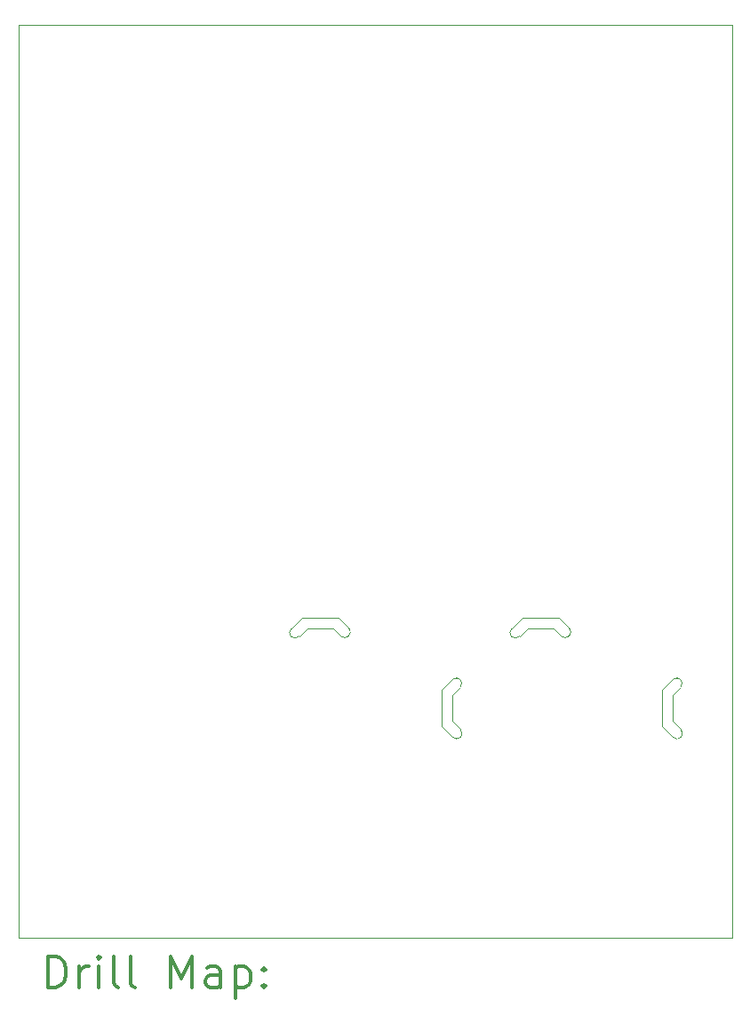
<source format=gbr>
%FSLAX45Y45*%
G04 Gerber Fmt 4.5, Leading zero omitted, Abs format (unit mm)*
G04 Created by KiCad (PCBNEW 5.1.4-e60b266~84~ubuntu18.04.1) date 2019-11-18 12:17:52*
%MOMM*%
%LPD*%
G04 APERTURE LIST*
%ADD10C,0.050000*%
%ADD11C,0.100000*%
%ADD12C,0.200000*%
%ADD13C,0.300000*%
G04 APERTURE END LIST*
D10*
X9135000Y-12685000D02*
X9135000Y-12935000D01*
X9135000Y-12935000D02*
X9185000Y-12985000D01*
X9135000Y-12685000D02*
X9185000Y-12635000D01*
X9210000Y-13010000D02*
G75*
G02X9135000Y-13085000I-35000J-40000D01*
G01*
X9035000Y-12635000D02*
X9135000Y-12535000D01*
X9185000Y-12985000D02*
X9210000Y-13010000D01*
X9135000Y-12535000D02*
G75*
G02X9210000Y-12610000I35000J-40000D01*
G01*
X9210000Y-12610000D02*
X9185000Y-12635000D01*
X9035000Y-12635000D02*
X9035000Y-12985000D01*
X9035000Y-12985000D02*
X9135000Y-13085000D01*
X11235000Y-12685000D02*
X11235000Y-12935000D01*
X11235000Y-12935000D02*
X11285000Y-12985000D01*
X11235000Y-12685000D02*
X11285000Y-12635000D01*
X11310000Y-13010000D02*
G75*
G02X11235000Y-13085000I-35000J-40000D01*
G01*
X11135000Y-12635000D02*
X11235000Y-12535000D01*
X11285000Y-12985000D02*
X11310000Y-13010000D01*
X11235000Y-12535000D02*
G75*
G02X11310000Y-12610000I35000J-40000D01*
G01*
X11310000Y-12610000D02*
X11285000Y-12635000D01*
X11135000Y-12635000D02*
X11135000Y-12985000D01*
X11135000Y-12985000D02*
X11235000Y-13085000D01*
X10100000Y-12050000D02*
X9850000Y-12050000D01*
X9850000Y-12050000D02*
X9800000Y-12100000D01*
X10100000Y-12050000D02*
X10150000Y-12100000D01*
X9775000Y-12125000D02*
G75*
G02X9700000Y-12050000I-40000J35000D01*
G01*
X10150000Y-11950000D02*
X10250000Y-12050000D01*
X9800000Y-12100000D02*
X9775000Y-12125000D01*
X10250000Y-12050000D02*
G75*
G02X10175000Y-12125000I-40000J-35000D01*
G01*
X10175000Y-12125000D02*
X10150000Y-12100000D01*
X10150000Y-11950000D02*
X9800000Y-11950000D01*
X9800000Y-11950000D02*
X9700000Y-12050000D01*
X8150000Y-12050000D02*
G75*
G02X8075000Y-12125000I-40000J-35000D01*
G01*
X7675000Y-12125000D02*
G75*
G02X7600000Y-12050000I-40000J35000D01*
G01*
X7700000Y-12100000D02*
X7675000Y-12125000D01*
X8075000Y-12125000D02*
X8050000Y-12100000D01*
X8050000Y-11950000D02*
X8150000Y-12050000D01*
X7700000Y-11950000D02*
X7600000Y-12050000D01*
X8050000Y-11950000D02*
X7700000Y-11950000D01*
X8000000Y-12050000D02*
X8050000Y-12100000D01*
X7750000Y-12050000D02*
X7700000Y-12100000D01*
X8000000Y-12050000D02*
X7750000Y-12050000D01*
D11*
X5000000Y-6300000D02*
X5000000Y-15000000D01*
X11800000Y-6300000D02*
X5000000Y-6300000D01*
X11800000Y-15000000D02*
X11800000Y-6300000D01*
X5000000Y-15000000D02*
X11800000Y-15000000D01*
D12*
D13*
X5281428Y-15470714D02*
X5281428Y-15170714D01*
X5352857Y-15170714D01*
X5395714Y-15185000D01*
X5424286Y-15213571D01*
X5438571Y-15242143D01*
X5452857Y-15299286D01*
X5452857Y-15342143D01*
X5438571Y-15399286D01*
X5424286Y-15427857D01*
X5395714Y-15456429D01*
X5352857Y-15470714D01*
X5281428Y-15470714D01*
X5581428Y-15470714D02*
X5581428Y-15270714D01*
X5581428Y-15327857D02*
X5595714Y-15299286D01*
X5610000Y-15285000D01*
X5638571Y-15270714D01*
X5667143Y-15270714D01*
X5767143Y-15470714D02*
X5767143Y-15270714D01*
X5767143Y-15170714D02*
X5752857Y-15185000D01*
X5767143Y-15199286D01*
X5781428Y-15185000D01*
X5767143Y-15170714D01*
X5767143Y-15199286D01*
X5952857Y-15470714D02*
X5924286Y-15456429D01*
X5910000Y-15427857D01*
X5910000Y-15170714D01*
X6110000Y-15470714D02*
X6081428Y-15456429D01*
X6067143Y-15427857D01*
X6067143Y-15170714D01*
X6452857Y-15470714D02*
X6452857Y-15170714D01*
X6552857Y-15385000D01*
X6652857Y-15170714D01*
X6652857Y-15470714D01*
X6924286Y-15470714D02*
X6924286Y-15313571D01*
X6910000Y-15285000D01*
X6881428Y-15270714D01*
X6824286Y-15270714D01*
X6795714Y-15285000D01*
X6924286Y-15456429D02*
X6895714Y-15470714D01*
X6824286Y-15470714D01*
X6795714Y-15456429D01*
X6781428Y-15427857D01*
X6781428Y-15399286D01*
X6795714Y-15370714D01*
X6824286Y-15356429D01*
X6895714Y-15356429D01*
X6924286Y-15342143D01*
X7067143Y-15270714D02*
X7067143Y-15570714D01*
X7067143Y-15285000D02*
X7095714Y-15270714D01*
X7152857Y-15270714D01*
X7181428Y-15285000D01*
X7195714Y-15299286D01*
X7210000Y-15327857D01*
X7210000Y-15413571D01*
X7195714Y-15442143D01*
X7181428Y-15456429D01*
X7152857Y-15470714D01*
X7095714Y-15470714D01*
X7067143Y-15456429D01*
X7338571Y-15442143D02*
X7352857Y-15456429D01*
X7338571Y-15470714D01*
X7324286Y-15456429D01*
X7338571Y-15442143D01*
X7338571Y-15470714D01*
X7338571Y-15285000D02*
X7352857Y-15299286D01*
X7338571Y-15313571D01*
X7324286Y-15299286D01*
X7338571Y-15285000D01*
X7338571Y-15313571D01*
M02*

</source>
